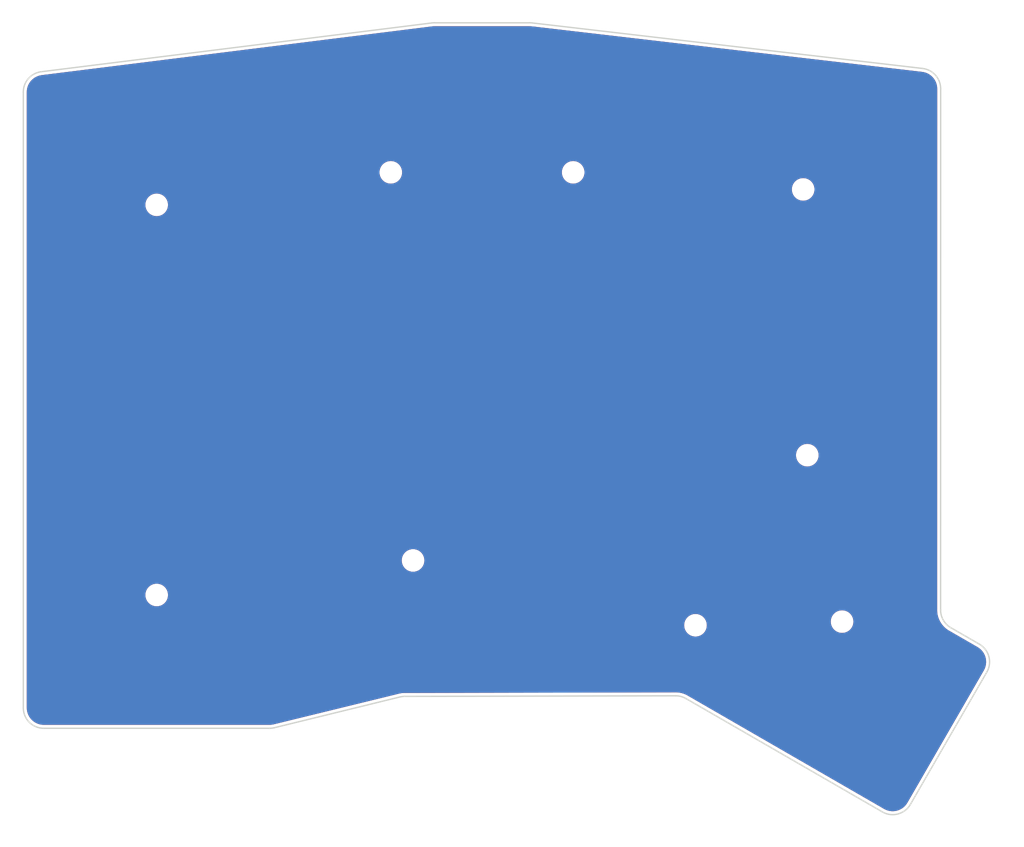
<source format=kicad_pcb>
(kicad_pcb (version 20211014) (generator pcbnew)
  (layers (0 "F.Cu" signal) (31 "B.Cu" signal) (34 "B.Paste" user) (35 "F.Paste" user) (36 "B.SilkS" user "B.Silkscreen") (37 "F.SilkS" user "F.Silkscreen") (38 "B.Mask" user) (39 "F.Mask" user) (44 "Edge.Cuts" user))
  (net 0 "")
  (footprint "MountingHole:MountingHole_2.2mm_M2" (layer "F.Cu") (at 186.386594 102.92447)
    (fp_text reference "REF**")
    (fp_text value "MountingHole_2.2mm_M2")
    (pad "" np_thru_hole circle (at 0 0) (size 2.3 2.3) (drill 2.3) (layers F&B.Cu *.Mask))
  )
  (footprint "MountingHole:MountingHole_2.2mm_M2" (layer "F.Cu") (at 170.017484 127.835648)
    (fp_text reference "REF**")
    (fp_text value "MountingHole_2.2mm_M2")
    (pad "" np_thru_hole circle (at 0 0) (size 2.3 2.3) (drill 2.3) (layers F&B.Cu *.Mask))
  )
  (footprint "MountingHole:MountingHole_2.2mm_M2" (layer "F.Cu") (at 128.669987 118.342032)
    (fp_text reference "REF**")
    (fp_text value "MountingHole_2.2mm_M2")
    (pad "" np_thru_hole circle (at 0 0) (size 2.3 2.3) (drill 2.3) (layers F&B.Cu *.Mask))
  )
  (footprint "MountingHole:MountingHole_2.2mm_M2" (layer "F.Cu") (at 191.477614 127.302563)
    (fp_text reference "REF**")
    (fp_text value "MountingHole_2.2mm_M2")
    (pad "" np_thru_hole circle (at 0 0) (size 2.3 2.3) (drill 2.3) (layers F&B.Cu *.Mask))
  )
  (footprint "MountingHole:MountingHole_2.2mm_M2" (layer "F.Cu") (at 125.411269 61.49102)
    (fp_text reference "REF**")
    (fp_text value "MountingHole_2.2mm_M2")
    (pad "" np_thru_hole circle (at 0 0) (size 2.3 2.3) (drill 2.3) (layers F&B.Cu *.Mask))
  )
  (footprint "MountingHole:MountingHole_2.2mm_M2" (layer "F.Cu") (at 185.781276 63.990974)
    (fp_text reference "REF**")
    (fp_text value "MountingHole_2.2mm_M2")
    (pad "" np_thru_hole circle (at 0 0) (size 2.3 2.3) (drill 2.3) (layers F&B.Cu *.Mask))
  )
  (footprint "MountingHole:MountingHole_2.2mm_M2" (layer "F.Cu") (at 91.136544 66.25282)
    (fp_text reference "REF**")
    (fp_text value "MountingHole_2.2mm_M2")
    (pad "" np_thru_hole circle (at 0 0) (size 2.3 2.3) (drill 2.3) (layers F&B.Cu *.Mask))
  )
  (footprint "MountingHole:MountingHole_2.2mm_M2" (layer "F.Cu") (at 152.111619 61.49102)
    (fp_text reference "REF**")
    (fp_text value "MountingHole_2.2mm_M2")
    (pad "" np_thru_hole circle (at 0 0) (size 2.3 2.3) (drill 2.3) (layers F&B.Cu *.Mask))
  )
  (footprint "MountingHole:MountingHole_2.2mm_M2" (layer "F.Cu") (at 91.136544 123.40282)
    (fp_text reference "REF**")
    (fp_text value "MountingHole_2.2mm_M2")
    (pad "" np_thru_hole circle (at 0 0) (size 2.3 2.3) (drill 2.3) (layers F&B.Cu *.Mask))
  )
  (gr_arc (start 145.761112 39.584883) (mid 145.935214 39.58994) (end 146.108729 39.605091) (layer "Edge.Cuts") (width 0.2))
  (gr_line (start 203.258729 46.272091) (end 146.108729 39.605091) (layer "Edge.Cuts") (width 0.2))
  (gr_arc (start 131.389747 39.608045) (mid 131.575419 39.59068) (end 131.761812 39.584883) (layer "Edge.Cuts") (width 0.2))
  (gr_line (start 211.571608 130.601215) (end 207.40046 128.192759) (layer "Edge.Cuts") (width 0.2))
  (gr_line (start 74.611762 142.928383) (end 107.661112 142.928383) (layer "Edge.Cuts") (width 0.2))
  (gr_line (start 145.761112 39.584883) (end 131.761812 39.584883) (layer "Edge.Cuts") (width 0.2))
  (gr_arc (start 167.10867 138.169528) (mid 167.888729 138.27088) (end 168.615616 138.571538) (layer "Edge.Cuts") (width 0.2))
  (gr_arc (start 207.40046 128.192759) (mid 206.302352 127.094513) (end 205.900573 125.594334) (layer "Edge.Cuts") (width 0.2))
  (gr_line (start 71.611762 49.727883) (end 71.611762 139.928383) (layer "Edge.Cuts") (width 0.2))
  (gr_arc (start 203.258729 46.272091) (mid 205.152102 47.257404) (end 205.911112 49.252297) (layer "Edge.Cuts") (width 0.2))
  (gr_line (start 168.615616 138.571538) (end 197.379253 155.180616) (layer "Edge.Cuts") (width 0.2))
  (gr_line (start 205.900573 125.594334) (end 205.911112 49.252297) (layer "Edge.Cuts") (width 0.2))
  (gr_arc (start 71.611762 49.727883) (mid 72.36274 47.742459) (end 74.239697 46.751045) (layer "Edge.Cuts") (width 0.2))
  (gr_arc (start 108.375035 142.842198) (mid 108.020665 142.906761) (end 107.661112 142.928383) (layer "Edge.Cuts") (width 0.2))
  (gr_arc (start 126.728202 138.345431) (mid 127.079204 138.28128) (end 127.43534 138.259253) (layer "Edge.Cuts") (width 0.2))
  (gr_line (start 131.389747 39.608045) (end 74.239697 46.751045) (layer "Edge.Cuts") (width 0.2))
  (gr_arc (start 211.571608 130.601215) (mid 212.96929 132.422888) (end 212.669509 134.699332) (layer "Edge.Cuts") (width 0.2))
  (gr_line (start 127.43534 138.259253) (end 167.10867 138.169528) (layer "Edge.Cuts") (width 0.2))
  (gr_line (start 201.477429 154.08274) (end 212.669509 134.699332) (layer "Edge.Cuts") (width 0.2))
  (gr_arc (start 74.611762 142.928383) (mid 72.490439 142.049704) (end 71.611762 139.928383) (layer "Edge.Cuts") (width 0.2))
  (gr_line (start 108.375035 142.842198) (end 126.728202 138.345431) (layer "Edge.Cuts") (width 0.2))
  (gr_arc (start 201.477429 154.08274) (mid 199.655719 155.480445) (end 197.379253 155.180616) (layer "Edge.Cuts") (width 0.2))
  (zone (net 0) (net_name "") (layers F&B.Cu) (connect_pads (clearance 0.508)) (min_thickness 0.254) (fill yes (thermal_gap 0.508) (thermal_bridge_width 0.508))
    (polygon (pts (xy 208.8642 43.561) (xy 209.1944 124.079) (xy 218.1098 131.0894) (xy 202.184 160.3502) (xy 166.5478 142.8496) (xy 131.8514 143.1798) (xy 114.9858 146.9898) (xy 69.7992 146.3548) (xy 68.199 45.1612) (xy 137.2616 36.2458)))
  )
)
</source>
